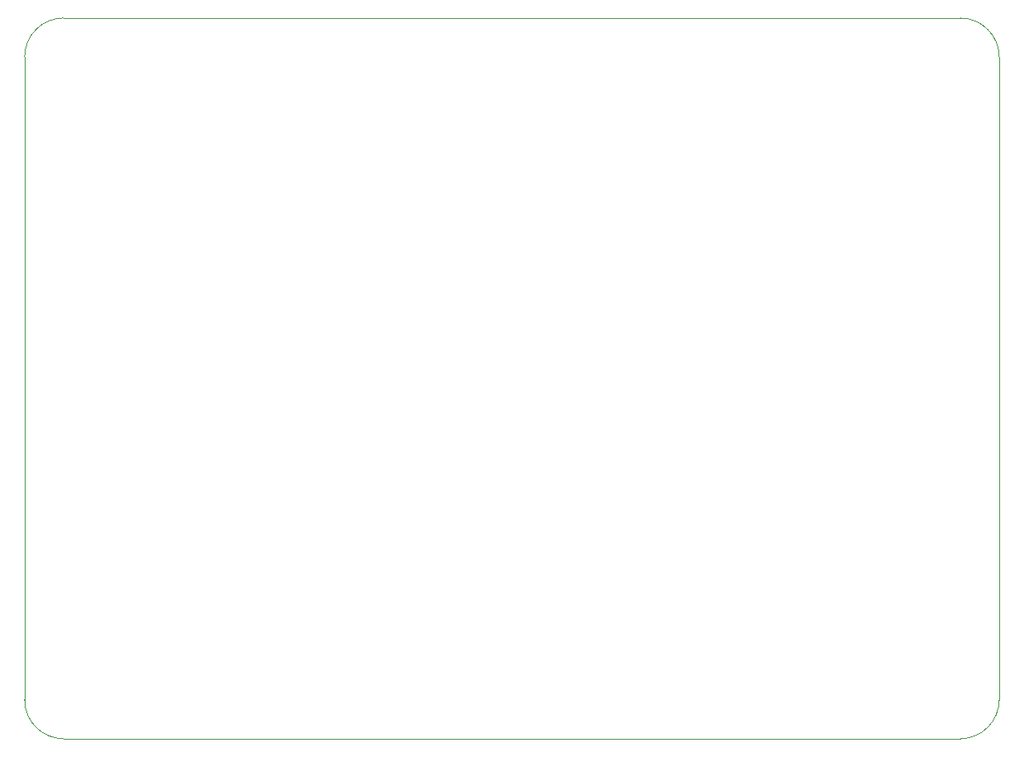
<source format=gbr>
%TF.GenerationSoftware,KiCad,Pcbnew,(5.1.12)-1*%
%TF.CreationDate,2022-03-31T16:19:30+09:00*%
%TF.ProjectId,NHK2022_Power_Supply,4e484b32-3032-4325-9f50-6f7765725f53,rev?*%
%TF.SameCoordinates,PX42c1d80PY8583b00*%
%TF.FileFunction,Profile,NP*%
%FSLAX46Y46*%
G04 Gerber Fmt 4.6, Leading zero omitted, Abs format (unit mm)*
G04 Created by KiCad (PCBNEW (5.1.12)-1) date 2022-03-31 16:19:30*
%MOMM*%
%LPD*%
G01*
G04 APERTURE LIST*
%TA.AperFunction,Profile*%
%ADD10C,0.050000*%
%TD*%
G04 APERTURE END LIST*
D10*
X70000000Y-70000000D02*
X70000000Y-134000000D01*
X170000000Y-70000000D02*
X170000000Y-136000000D01*
X74000000Y-66000000D02*
X166000000Y-66000000D01*
X74000000Y-140000000D02*
X166000000Y-140000000D01*
X70000000Y-134000000D02*
X70000000Y-136000000D01*
X166000000Y-66000000D02*
G75*
G02*
X170000000Y-70000000I0J-4000000D01*
G01*
X70000000Y-70000000D02*
G75*
G02*
X74000000Y-66000000I4000000J0D01*
G01*
X170000000Y-136000000D02*
G75*
G02*
X166000000Y-140000000I-4000000J0D01*
G01*
X74000000Y-140000000D02*
G75*
G02*
X70000000Y-136000000I0J4000000D01*
G01*
M02*

</source>
